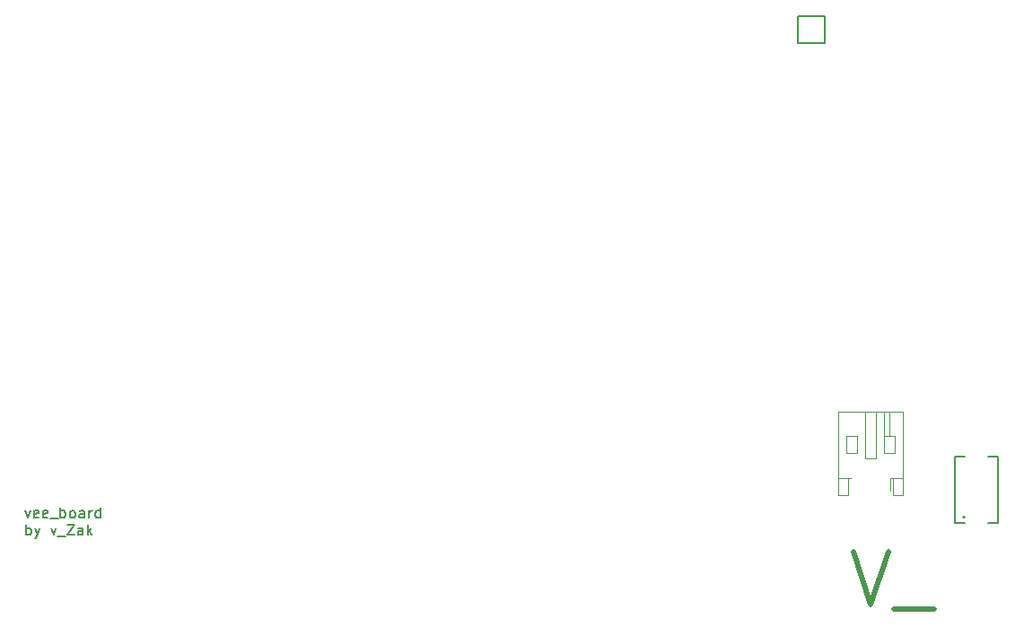
<source format=gbr>
%TF.GenerationSoftware,KiCad,Pcbnew,7.0.9*%
%TF.CreationDate,2023-11-22T09:36:00+00:00*%
%TF.ProjectId,vee_board_routed,7665655f-626f-4617-9264-5f726f757465,v1.0.0*%
%TF.SameCoordinates,Original*%
%TF.FileFunction,Legend,Top*%
%TF.FilePolarity,Positive*%
%FSLAX46Y46*%
G04 Gerber Fmt 4.6, Leading zero omitted, Abs format (unit mm)*
G04 Created by KiCad (PCBNEW 7.0.9) date 2023-11-22 09:36:00*
%MOMM*%
%LPD*%
G01*
G04 APERTURE LIST*
%ADD10C,0.150000*%
%ADD11C,0.500000*%
%ADD12C,0.200000*%
%ADD13C,0.120000*%
G04 APERTURE END LIST*
D10*
X194461541Y-163253152D02*
X194699636Y-163919819D01*
X194699636Y-163919819D02*
X194937731Y-163253152D01*
X195699636Y-163872200D02*
X195604398Y-163919819D01*
X195604398Y-163919819D02*
X195413922Y-163919819D01*
X195413922Y-163919819D02*
X195318684Y-163872200D01*
X195318684Y-163872200D02*
X195271065Y-163776961D01*
X195271065Y-163776961D02*
X195271065Y-163396009D01*
X195271065Y-163396009D02*
X195318684Y-163300771D01*
X195318684Y-163300771D02*
X195413922Y-163253152D01*
X195413922Y-163253152D02*
X195604398Y-163253152D01*
X195604398Y-163253152D02*
X195699636Y-163300771D01*
X195699636Y-163300771D02*
X195747255Y-163396009D01*
X195747255Y-163396009D02*
X195747255Y-163491247D01*
X195747255Y-163491247D02*
X195271065Y-163586485D01*
X196556779Y-163872200D02*
X196461541Y-163919819D01*
X196461541Y-163919819D02*
X196271065Y-163919819D01*
X196271065Y-163919819D02*
X196175827Y-163872200D01*
X196175827Y-163872200D02*
X196128208Y-163776961D01*
X196128208Y-163776961D02*
X196128208Y-163396009D01*
X196128208Y-163396009D02*
X196175827Y-163300771D01*
X196175827Y-163300771D02*
X196271065Y-163253152D01*
X196271065Y-163253152D02*
X196461541Y-163253152D01*
X196461541Y-163253152D02*
X196556779Y-163300771D01*
X196556779Y-163300771D02*
X196604398Y-163396009D01*
X196604398Y-163396009D02*
X196604398Y-163491247D01*
X196604398Y-163491247D02*
X196128208Y-163586485D01*
X196794875Y-164015057D02*
X197556779Y-164015057D01*
X197794875Y-163919819D02*
X197794875Y-162919819D01*
X197794875Y-163300771D02*
X197890113Y-163253152D01*
X197890113Y-163253152D02*
X198080589Y-163253152D01*
X198080589Y-163253152D02*
X198175827Y-163300771D01*
X198175827Y-163300771D02*
X198223446Y-163348390D01*
X198223446Y-163348390D02*
X198271065Y-163443628D01*
X198271065Y-163443628D02*
X198271065Y-163729342D01*
X198271065Y-163729342D02*
X198223446Y-163824580D01*
X198223446Y-163824580D02*
X198175827Y-163872200D01*
X198175827Y-163872200D02*
X198080589Y-163919819D01*
X198080589Y-163919819D02*
X197890113Y-163919819D01*
X197890113Y-163919819D02*
X197794875Y-163872200D01*
X198842494Y-163919819D02*
X198747256Y-163872200D01*
X198747256Y-163872200D02*
X198699637Y-163824580D01*
X198699637Y-163824580D02*
X198652018Y-163729342D01*
X198652018Y-163729342D02*
X198652018Y-163443628D01*
X198652018Y-163443628D02*
X198699637Y-163348390D01*
X198699637Y-163348390D02*
X198747256Y-163300771D01*
X198747256Y-163300771D02*
X198842494Y-163253152D01*
X198842494Y-163253152D02*
X198985351Y-163253152D01*
X198985351Y-163253152D02*
X199080589Y-163300771D01*
X199080589Y-163300771D02*
X199128208Y-163348390D01*
X199128208Y-163348390D02*
X199175827Y-163443628D01*
X199175827Y-163443628D02*
X199175827Y-163729342D01*
X199175827Y-163729342D02*
X199128208Y-163824580D01*
X199128208Y-163824580D02*
X199080589Y-163872200D01*
X199080589Y-163872200D02*
X198985351Y-163919819D01*
X198985351Y-163919819D02*
X198842494Y-163919819D01*
X200032970Y-163919819D02*
X200032970Y-163396009D01*
X200032970Y-163396009D02*
X199985351Y-163300771D01*
X199985351Y-163300771D02*
X199890113Y-163253152D01*
X199890113Y-163253152D02*
X199699637Y-163253152D01*
X199699637Y-163253152D02*
X199604399Y-163300771D01*
X200032970Y-163872200D02*
X199937732Y-163919819D01*
X199937732Y-163919819D02*
X199699637Y-163919819D01*
X199699637Y-163919819D02*
X199604399Y-163872200D01*
X199604399Y-163872200D02*
X199556780Y-163776961D01*
X199556780Y-163776961D02*
X199556780Y-163681723D01*
X199556780Y-163681723D02*
X199604399Y-163586485D01*
X199604399Y-163586485D02*
X199699637Y-163538866D01*
X199699637Y-163538866D02*
X199937732Y-163538866D01*
X199937732Y-163538866D02*
X200032970Y-163491247D01*
X200509161Y-163919819D02*
X200509161Y-163253152D01*
X200509161Y-163443628D02*
X200556780Y-163348390D01*
X200556780Y-163348390D02*
X200604399Y-163300771D01*
X200604399Y-163300771D02*
X200699637Y-163253152D01*
X200699637Y-163253152D02*
X200794875Y-163253152D01*
X201556780Y-163919819D02*
X201556780Y-162919819D01*
X201556780Y-163872200D02*
X201461542Y-163919819D01*
X201461542Y-163919819D02*
X201271066Y-163919819D01*
X201271066Y-163919819D02*
X201175828Y-163872200D01*
X201175828Y-163872200D02*
X201128209Y-163824580D01*
X201128209Y-163824580D02*
X201080590Y-163729342D01*
X201080590Y-163729342D02*
X201080590Y-163443628D01*
X201080590Y-163443628D02*
X201128209Y-163348390D01*
X201128209Y-163348390D02*
X201175828Y-163300771D01*
X201175828Y-163300771D02*
X201271066Y-163253152D01*
X201271066Y-163253152D02*
X201461542Y-163253152D01*
X201461542Y-163253152D02*
X201556780Y-163300771D01*
X194556779Y-165529819D02*
X194556779Y-164529819D01*
X194556779Y-164910771D02*
X194652017Y-164863152D01*
X194652017Y-164863152D02*
X194842493Y-164863152D01*
X194842493Y-164863152D02*
X194937731Y-164910771D01*
X194937731Y-164910771D02*
X194985350Y-164958390D01*
X194985350Y-164958390D02*
X195032969Y-165053628D01*
X195032969Y-165053628D02*
X195032969Y-165339342D01*
X195032969Y-165339342D02*
X194985350Y-165434580D01*
X194985350Y-165434580D02*
X194937731Y-165482200D01*
X194937731Y-165482200D02*
X194842493Y-165529819D01*
X194842493Y-165529819D02*
X194652017Y-165529819D01*
X194652017Y-165529819D02*
X194556779Y-165482200D01*
X195366303Y-164863152D02*
X195604398Y-165529819D01*
X195842493Y-164863152D02*
X195604398Y-165529819D01*
X195604398Y-165529819D02*
X195509160Y-165767914D01*
X195509160Y-165767914D02*
X195461541Y-165815533D01*
X195461541Y-165815533D02*
X195366303Y-165863152D01*
X196890113Y-164863152D02*
X197128208Y-165529819D01*
X197128208Y-165529819D02*
X197366303Y-164863152D01*
X197509161Y-165625057D02*
X198271065Y-165625057D01*
X198413923Y-164529819D02*
X199080589Y-164529819D01*
X199080589Y-164529819D02*
X198413923Y-165529819D01*
X198413923Y-165529819D02*
X199080589Y-165529819D01*
X199890113Y-165529819D02*
X199890113Y-165006009D01*
X199890113Y-165006009D02*
X199842494Y-164910771D01*
X199842494Y-164910771D02*
X199747256Y-164863152D01*
X199747256Y-164863152D02*
X199556780Y-164863152D01*
X199556780Y-164863152D02*
X199461542Y-164910771D01*
X199890113Y-165482200D02*
X199794875Y-165529819D01*
X199794875Y-165529819D02*
X199556780Y-165529819D01*
X199556780Y-165529819D02*
X199461542Y-165482200D01*
X199461542Y-165482200D02*
X199413923Y-165386961D01*
X199413923Y-165386961D02*
X199413923Y-165291723D01*
X199413923Y-165291723D02*
X199461542Y-165196485D01*
X199461542Y-165196485D02*
X199556780Y-165148866D01*
X199556780Y-165148866D02*
X199794875Y-165148866D01*
X199794875Y-165148866D02*
X199890113Y-165101247D01*
X200366304Y-165529819D02*
X200366304Y-164529819D01*
X200461542Y-165148866D02*
X200747256Y-165529819D01*
X200747256Y-164863152D02*
X200366304Y-165244104D01*
D11*
X272585137Y-167082095D02*
X274251804Y-172082095D01*
X274251804Y-172082095D02*
X275918470Y-167082095D01*
X276394661Y-172558285D02*
X280204184Y-172558285D01*
D12*
%TO.C,S37*%
X282170000Y-164370000D02*
X282170000Y-158170000D01*
X283120000Y-164370000D02*
X282170000Y-164370000D01*
X285320000Y-164370000D02*
X286270000Y-164370000D01*
X286270000Y-164370000D02*
X286270000Y-158170000D01*
X282170000Y-158170000D02*
X283120000Y-158170000D01*
X286270000Y-158170000D02*
X285320000Y-158170000D01*
X283120000Y-163870000D02*
G75*
G03*
X283120000Y-163870000I-100000J0D01*
G01*
D10*
%TO.C,MCU1*%
X269870000Y-116530000D02*
X267330000Y-116530000D01*
X269870000Y-116530000D02*
X269870000Y-119070000D01*
X269870000Y-119070000D02*
X267330000Y-119070000D01*
X267330000Y-119070000D02*
X267330000Y-116530000D01*
D13*
%TO.C,_1*%
X277280000Y-161730000D02*
X277280000Y-153910000D01*
X277280000Y-160130000D02*
X276360000Y-160130000D01*
X277280000Y-153910000D02*
X271160000Y-153910000D01*
X276520000Y-157770000D02*
X276520000Y-156170000D01*
X276520000Y-156170000D02*
X275520000Y-156170000D01*
X276360000Y-161730000D02*
X277280000Y-161730000D01*
X276360000Y-160130000D02*
X276360000Y-161730000D01*
X276080000Y-160130000D02*
X276360000Y-160130000D01*
X276080000Y-160130000D02*
X276080000Y-161345000D01*
X276020000Y-156170000D02*
X276020000Y-153910000D01*
X275520000Y-157770000D02*
X276520000Y-157770000D01*
X275520000Y-156170000D02*
X275520000Y-157770000D01*
X275520000Y-156170000D02*
X275520000Y-153910000D01*
X274720000Y-158270000D02*
X273720000Y-158270000D01*
X274720000Y-153910000D02*
X274720000Y-158270000D01*
X273720000Y-158270000D02*
X273720000Y-153910000D01*
X272920000Y-157770000D02*
X271920000Y-157770000D01*
X272920000Y-156170000D02*
X272920000Y-157770000D01*
X272080000Y-161730000D02*
X272080000Y-160130000D01*
X272080000Y-160130000D02*
X272360000Y-160130000D01*
X271920000Y-157770000D02*
X271920000Y-156170000D01*
X271920000Y-156170000D02*
X272920000Y-156170000D01*
X271160000Y-161730000D02*
X272080000Y-161730000D01*
X271160000Y-160130000D02*
X272080000Y-160130000D01*
X271160000Y-153910000D02*
X271160000Y-161730000D01*
%TD*%
M02*

</source>
